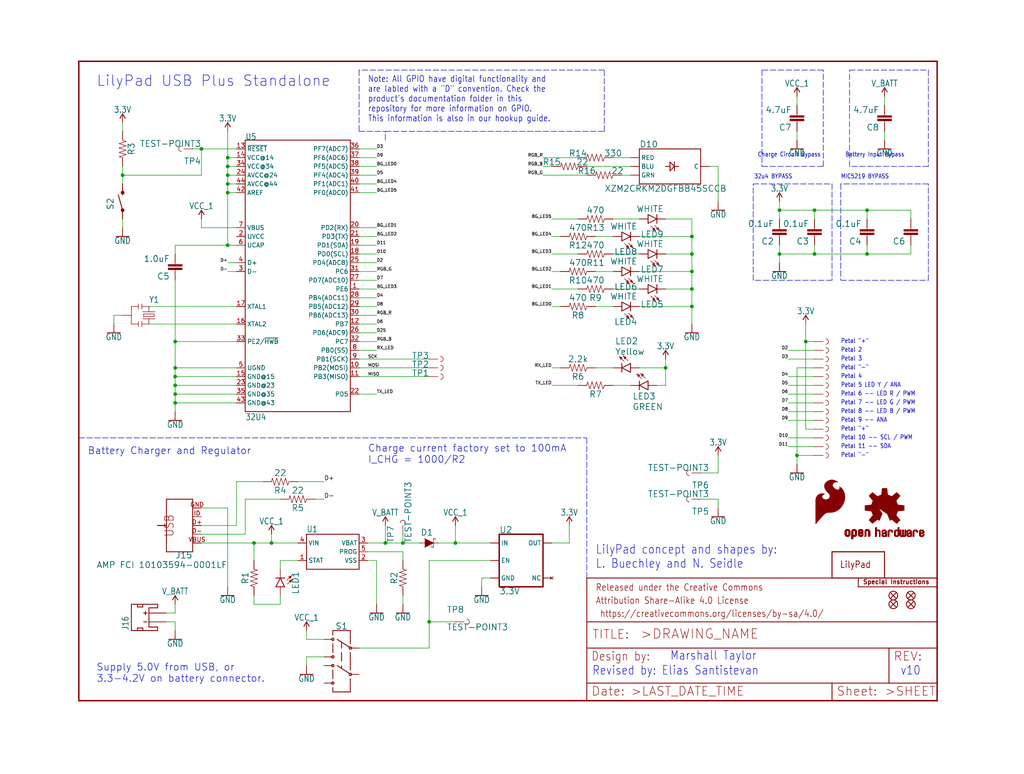
<source format=kicad_sch>
(kicad_sch (version 20211123) (generator eeschema)
  (paper "User" 297.002 224.46)
  (lib_symbols
    (symbol "eagleSchem-eagle-import:0.1UF-0402-16V-10%"
      (property "Reference" "C" (at 1.524 2.921 0))
      (property "Value" "0.1UF-0402-16V-10%" (at 1.524 -2.159 0))
      (symbol "0.1UF-0402-16V-10%_1_0"
        (pin passive line (at 0 5.08 270) (length 2.54) (name "1") (number "1"))
        (pin passive line (at 0 -2.54 90) (length 2.54) (name "2") (number "2"))
      )
    )
    (symbol "eagleSchem-eagle-import:1.0UF-0402-16V-10%"
      (property "Reference" "C" (at 1.524 2.921 0))
      (property "Value" "1.0UF-0402-16V-10%" (at 1.524 -2.159 0))
      (symbol "1.0UF-0402-16V-10%_1_0"
        (pin passive line (at 0 5.08 270) (length 2.54) (name "1") (number "1"))
        (pin passive line (at 0 -2.54 90) (length 2.54) (name "2") (number "2"))
      )
    )
    (symbol "eagleSchem-eagle-import:10KOHM-0603-1{slash}10W-1%"
      (property "Reference" "R" (at 0 1.524 0))
      (property "Value" "10KOHM-0603-1{slash}10W-1%" (at 0 -1.524 0))
      (symbol "10KOHM-0603-1{slash}10W-1%_1_0"
        (pin passive line (at -5.08 0 0) (length 2.54) (name "1") (number "1"))
        (pin passive line (at 5.08 0 180) (length 2.54) (name "2") (number "2"))
      )
    )
    (symbol "eagleSchem-eagle-import:2.2KOHM-0603-1{slash}10W-1%"
      (property "Reference" "R" (at 0 1.524 0))
      (property "Value" "2.2KOHM-0603-1{slash}10W-1%" (at 0 -1.524 0))
      (symbol "2.2KOHM-0603-1{slash}10W-1%_1_0"
        (pin passive line (at -5.08 0 0) (length 2.54) (name "1") (number "1"))
        (pin passive line (at 5.08 0 180) (length 2.54) (name "2") (number "2"))
      )
    )
    (symbol "eagleSchem-eagle-import:22OHM-0402-1{slash}10W-1%"
      (property "Reference" "R" (at 0 1.524 0))
      (property "Value" "22OHM-0402-1{slash}10W-1%" (at 0 -1.524 0))
      (symbol "22OHM-0402-1{slash}10W-1%_1_0"
        (pin passive line (at -5.08 0 0) (length 2.54) (name "1") (number "1"))
        (pin passive line (at 5.08 0 180) (length 2.54) (name "2") (number "2"))
      )
    )
    (symbol "eagleSchem-eagle-import:3.3V" (power)
      (property "Value" "3.3V" (at 0 2.794 0))
      (symbol "3.3V_1_0"
        (pin power_in line (at 0 0 90) (length 2.54) (name "3.3V") (number "1"))
      )
    )
    (symbol "eagleSchem-eagle-import:330OHM-0603-1{slash}10W-1%"
      (property "Reference" "R" (at 0 1.524 0))
      (property "Value" "330OHM-0603-1{slash}10W-1%" (at 0 -1.524 0))
      (symbol "330OHM-0603-1{slash}10W-1%_1_0"
        (pin passive line (at -5.08 0 0) (length 2.54) (name "1") (number "1"))
        (pin passive line (at 5.08 0 180) (length 2.54) (name "2") (number "2"))
      )
    )
    (symbol "eagleSchem-eagle-import:4.7UF0603"
      (property "Reference" "C" (at 1.524 2.921 0))
      (property "Value" "4.7UF0603" (at 1.524 -2.159 0))
      (symbol "4.7UF0603_1_0"
        (pin passive line (at 0 5.08 270) (length 2.54) (name "1") (number "1"))
        (pin passive line (at 0 -2.54 90) (length 2.54) (name "2") (number "2"))
      )
    )
    (symbol "eagleSchem-eagle-import:470OHM-0402-1{slash}16W-5%"
      (property "Reference" "R" (at 0 1.524 0))
      (property "Value" "470OHM-0402-1{slash}16W-5%" (at 0 -1.524 0))
      (symbol "470OHM-0402-1{slash}16W-5%_1_0"
        (pin passive line (at -5.08 0 0) (length 2.54) (name "1") (number "1"))
        (pin passive line (at 5.08 0 180) (length 2.54) (name "2") (number "2"))
      )
    )
    (symbol "eagleSchem-eagle-import:ATMEGA32U4_NOARDQFN3"
      (property "Reference" "U" (at -15.24 38.1 0))
      (property "Value" "ATMEGA32U4_NOARDQFN3" (at -15.24 -43.18 0))
      (symbol "ATMEGA32U4_NOARDQFN3_1_0"
        (pin bidirectional line (at 17.78 -5.08 180) (length 2.54) (name "PE6") (number "1"))
        (pin bidirectional line (at 17.78 -27.94 180) (length 2.54) (name "PB2(MOSI)") (number "10"))
        (pin bidirectional line (at 17.78 -30.48 180) (length 2.54) (name "PB3(MISO)") (number "11"))
        (pin bidirectional line (at 17.78 -15.24 180) (length 2.54) (name "PB7") (number "12"))
        (pin bidirectional line (at -17.78 35.56 0) (length 2.54) (name "~{RESET}") (number "13"))
        (pin bidirectional line (at -17.78 33.02 0) (length 2.54) (name "VCC@14") (number "14"))
        (pin bidirectional line (at -17.78 -30.48 0) (length 2.54) (name "GND@15") (number "15"))
        (pin bidirectional line (at -17.78 -15.24 0) (length 2.54) (name "XTAL2") (number "16"))
        (pin bidirectional line (at -17.78 -10.16 0) (length 2.54) (name "XTAL1") (number "17"))
        (pin bidirectional line (at 17.78 5.08 180) (length 2.54) (name "PD0(SCL)") (number "18"))
        (pin bidirectional line (at 17.78 7.62 180) (length 2.54) (name "PD1(SDA)") (number "19"))
        (pin bidirectional line (at -17.78 10.16 0) (length 2.54) (name "UVCC") (number "2"))
        (pin bidirectional line (at 17.78 12.7 180) (length 2.54) (name "PD2(RX)") (number "20"))
        (pin bidirectional line (at 17.78 10.16 180) (length 2.54) (name "PD3(TX)") (number "21"))
        (pin bidirectional line (at 17.78 -35.56 180) (length 2.54) (name "PD5") (number "22"))
        (pin bidirectional line (at -17.78 -33.02 0) (length 2.54) (name "GND@23") (number "23"))
        (pin bidirectional line (at -17.78 27.94 0) (length 2.54) (name "AVCC@24") (number "24"))
        (pin bidirectional line (at 17.78 2.54 180) (length 2.54) (name "PD4(ADC8)") (number "25"))
        (pin bidirectional line (at 17.78 -17.78 180) (length 2.54) (name "PD6(ADC9)") (number "26"))
        (pin bidirectional line (at 17.78 -2.54 180) (length 2.54) (name "PD7(ADC10)") (number "27"))
        (pin bidirectional line (at 17.78 -7.62 180) (length 2.54) (name "PB4(ADC11)") (number "28"))
        (pin bidirectional line (at 17.78 -10.16 180) (length 2.54) (name "PB5(ADC12)") (number "29"))
        (pin bidirectional line (at -17.78 0 0) (length 2.54) (name "D-") (number "3"))
        (pin bidirectional line (at 17.78 -12.7 180) (length 2.54) (name "PB6(ADC13)") (number "30"))
        (pin bidirectional line (at 17.78 0 180) (length 2.54) (name "PC6") (number "31"))
        (pin bidirectional line (at 17.78 -20.32 180) (length 2.54) (name "PC7") (number "32"))
        (pin bidirectional line (at -17.78 -20.32 0) (length 2.54) (name "PE2/~{HWB}") (number "33"))
        (pin bidirectional line (at -17.78 30.48 0) (length 2.54) (name "VCC@34") (number "34"))
        (pin bidirectional line (at -17.78 -35.56 0) (length 2.54) (name "GND@35") (number "35"))
        (pin bidirectional line (at 17.78 35.56 180) (length 2.54) (name "PF7(ADC7)") (number "36"))
        (pin bidirectional line (at 17.78 33.02 180) (length 2.54) (name "PF6(ADC6)") (number "37"))
        (pin bidirectional line (at 17.78 30.48 180) (length 2.54) (name "PF5(ADC5)") (number "38"))
        (pin bidirectional line (at 17.78 27.94 180) (length 2.54) (name "PF4(ADC4)") (number "39"))
        (pin bidirectional line (at -17.78 2.54 0) (length 2.54) (name "D+") (number "4"))
        (pin bidirectional line (at 17.78 25.4 180) (length 2.54) (name "PF1(ADC1)") (number "40"))
        (pin bidirectional line (at 17.78 22.86 180) (length 2.54) (name "PF0(ADC0)") (number "41"))
        (pin bidirectional line (at -17.78 22.86 0) (length 2.54) (name "AREF") (number "42"))
        (pin bidirectional line (at -17.78 -38.1 0) (length 2.54) (name "GND@43") (number "43"))
        (pin bidirectional line (at -17.78 25.4 0) (length 2.54) (name "AVCC@44") (number "44"))
        (pin bidirectional line (at -17.78 -27.94 0) (length 2.54) (name "UGND") (number "5"))
        (pin bidirectional line (at -17.78 7.62 0) (length 2.54) (name "UCAP") (number "6"))
        (pin bidirectional line (at -17.78 12.7 0) (length 2.54) (name "VBUS") (number "7"))
        (pin bidirectional line (at 17.78 -22.86 180) (length 2.54) (name "PB0(SS)") (number "8"))
        (pin bidirectional line (at 17.78 -25.4 180) (length 2.54) (name "PB1(SCK)") (number "9"))
      )
    )
    (symbol "eagleSchem-eagle-import:DIODE-SCHOTTKY-B340A"
      (property "Reference" "D" (at -2.54 2.032 0))
      (property "Value" "DIODE-SCHOTTKY-B340A" (at -2.54 -2.032 0))
      (symbol "DIODE-SCHOTTKY-B340A_1_0"
        (pin passive line (at -2.54 0 0) (length 0) (name "A") (number "A"))
        (pin passive line (at 2.54 0 180) (length 0) (name "C") (number "C"))
      )
    )
    (symbol "eagleSchem-eagle-import:FIDUCIALUFIDUCIAL")
    (symbol "eagleSchem-eagle-import:FRAME-LETTER"
      (symbol "FRAME-LETTER_2_0"
        (text " https://creativecommons.org/licenses/by-sa/4.0/" (at 2.54 24.13 0) (effects (font (size 1.9304 1.6408)) (justify left bottom)))
        (text ">DRAWING_NAME" (at 15.494 17.78 0) (effects (font (size 2.7432 2.7432)) (justify left bottom)))
        (text ">LAST_DATE_TIME" (at 12.7 1.27 0) (effects (font (size 2.54 2.54)) (justify left bottom)))
        (text ">SHEET" (at 86.36 1.27 0) (effects (font (size 2.54 2.54)) (justify left bottom)))
        (text "Attribution Share-Alike 4.0 License" (at 2.54 27.94 0) (effects (font (size 1.9304 1.6408)) (justify left bottom)))
        (text "Date:" (at 1.27 1.27 0) (effects (font (size 2.54 2.54)) (justify left bottom)))
        (text "Design by:" (at 1.27 11.43 0) (effects (font (size 2.54 2.159)) (justify left bottom)))
        (text "Released under the Creative Commons" (at 2.54 31.75 0) (effects (font (size 1.9304 1.6408)) (justify left bottom)))
        (text "REV:" (at 88.9 11.43 0) (effects (font (size 2.54 2.54)) (justify left bottom)))
        (text "Sheet:" (at 72.39 1.27 0) (effects (font (size 2.54 2.54)) (justify left bottom)))
        (text "TITLE:" (at 1.524 17.78 0) (effects (font (size 2.54 2.54)) (justify left bottom)))
      )
    )
    (symbol "eagleSchem-eagle-import:GND" (power)
      (property "Value" "GND" (at 0 -0.254 0))
      (symbol "GND_1_0"
        (pin power_in line (at 0 2.54 270) (length 2.54) (name "GND") (number "1"))
      )
    )
    (symbol "eagleSchem-eagle-import:JST_2MM_MALE"
      (property "Reference" "J" (at -2.54 5.842 0))
      (symbol "JST_2MM_MALE_1_0"
        (pin bidirectional line (at 0 -5.08 90) (length 5.08) (name "-") (number "1"))
        (pin bidirectional line (at 2.54 -5.08 90) (length 5.08) (name "+") (number "2"))
        (pin bidirectional line (at -2.54 2.54 90) (length 0) (name "PAD1") (number "NC1"))
        (pin bidirectional line (at 5.08 2.54 90) (length 0) (name "PAD2") (number "NC2"))
      )
    )
    (symbol "eagleSchem-eagle-import:LED-GREEN0603"
      (property "Reference" "D" (at -3.429 -4.572 90))
      (property "Value" "LED-GREEN0603" (at 1.905 -4.572 90))
      (symbol "LED-GREEN0603_1_0"
        (pin passive line (at 0 2.54 270) (length 2.54) (name "A") (number "A"))
        (pin passive line (at 0 -5.08 90) (length 2.54) (name "C") (number "C"))
      )
    )
    (symbol "eagleSchem-eagle-import:LED-RED0603"
      (property "Reference" "D" (at -3.429 -4.572 90))
      (property "Value" "LED-RED0603" (at 1.905 -4.572 90))
      (symbol "LED-RED0603_1_0"
        (pin passive line (at 0 2.54 270) (length 2.54) (name "A") (number "A"))
        (pin passive line (at 0 -5.08 90) (length 2.54) (name "C") (number "C"))
      )
    )
    (symbol "eagleSchem-eagle-import:LED-WHITE0603"
      (property "Reference" "D" (at -3.429 -4.572 90))
      (property "Value" "LED-WHITE0603" (at 1.905 -4.572 90))
      (symbol "LED-WHITE0603_1_0"
        (pin passive line (at 0 2.54 270) (length 2.54) (name "A") (number "A"))
        (pin passive line (at 0 -5.08 90) (length 2.54) (name "C") (number "C"))
      )
    )
    (symbol "eagleSchem-eagle-import:LED-YELLOW0603"
      (property "Reference" "D" (at -3.429 -4.572 90))
      (property "Value" "LED-YELLOW0603" (at 1.905 -4.572 90))
      (symbol "LED-YELLOW0603_1_0"
        (pin passive line (at 0 2.54 270) (length 2.54) (name "A") (number "A"))
        (pin passive line (at 0 -5.08 90) (length 2.54) (name "C") (number "C"))
      )
    )
    (symbol "eagleSchem-eagle-import:LILYLOGO_SHORT"
      (symbol "LILYLOGO_SHORT_1_0"
        (text "LilyPad" (at -0.254 0.254 0) (effects (font (size 1.9304 1.6408)) (justify left bottom)))
      )
    )
    (symbol "eagleSchem-eagle-import:MCP73831"
      (property "Reference" "U" (at -7.62 5.588 0))
      (property "Value" "MCP73831" (at -7.62 -7.62 0))
      (symbol "MCP73831_1_0"
        (pin output line (at -10.16 -2.54 0) (length 2.54) (name "STAT") (number "1"))
        (pin power_in line (at 10.16 -2.54 180) (length 2.54) (name "VSS") (number "2"))
        (pin power_in line (at 10.16 2.54 180) (length 2.54) (name "VBAT") (number "3"))
        (pin power_in line (at -10.16 2.54 0) (length 2.54) (name "VIN") (number "4"))
        (pin input line (at 10.16 0 180) (length 2.54) (name "PROG") (number "5"))
      )
    )
    (symbol "eagleSchem-eagle-import:MOMENTARY-SWITCH-SPST-SMD-5.2-REDUNDANT"
      (property "Reference" "S" (at 0 1.524 0))
      (property "Value" "MOMENTARY-SWITCH-SPST-SMD-5.2-REDUNDANT" (at 0 -0.508 0))
      (symbol "MOMENTARY-SWITCH-SPST-SMD-5.2-REDUNDANT_1_0"
        (pin passive line (at -5.08 0 0) (length 2.54) (name "1") (number "1"))
        (pin passive line (at -5.08 0 0) (length 2.54) (name "1") (number "2"))
        (pin passive line (at 5.08 0 180) (length 2.54) (name "2") (number "3"))
        (pin passive line (at 5.08 0 180) (length 2.54) (name "2") (number "4"))
      )
    )
    (symbol "eagleSchem-eagle-import:OSHW-LOGOS")
    (symbol "eagleSchem-eagle-import:RESONATORSMD"
      (property "Reference" "Y" (at 2.54 1.016 0))
      (property "Value" "RESONATORSMD" (at 2.54 -7.62 0))
      (symbol "RESONATORSMD_1_0"
        (pin passive line (at -2.54 0 0) (length 0) (name "1") (number "1"))
        (pin passive line (at 0 -7.62 90) (length 0) (name "2") (number "2"))
        (pin passive line (at 2.54 0 180) (length 0) (name "3") (number "3"))
      )
    )
    (symbol "eagleSchem-eagle-import:SEWTAP_LONG-2SIDE"
      (property "Reference" "J" (at -2.54 2.54 0))
      (property "Value" "SEWTAP_LONG-2SIDE" (at -2.54 -2.54 0))
      (symbol "SEWTAP_LONG-2SIDE_1_0"
        (pin bidirectional line (at -2.54 0 180) (length 0) (name "1") (number "1"))
      )
    )
    (symbol "eagleSchem-eagle-import:SFE_LOGO_FLAME.2_INCH")
    (symbol "eagleSchem-eagle-import:SPECIAL_INSTRUCTIONS-ORDERING"
      (symbol "SPECIAL_INSTRUCTIONS-ORDERING_1_0"
        (text "Special Instructions" (at 1.27 0.6985 0) (effects (font (size 1.27 1.27) (thickness 0.254) bold) (justify left bottom)))
      )
    )
    (symbol "eagleSchem-eagle-import:SUNLEDSMD1"
      (property "Reference" "D" (at -7.62 5.3975 0))
      (property "Value" "SUNLEDSMD1" (at -7.62 -5.3975 0))
      (symbol "SUNLEDSMD1_1_0"
        (pin bidirectional line (at -10.16 2.54 0) (length 2.54) (name "RED") (number "1"))
        (pin bidirectional line (at -10.16 -2.54 0) (length 2.54) (name "GRN") (number "2"))
        (pin bidirectional line (at -10.16 0 0) (length 2.54) (name "BLU") (number "3"))
        (pin bidirectional line (at 12.7 0 180) (length 2.54) (name "C") (number "4"))
      )
    )
    (symbol "eagleSchem-eagle-import:SWITCH-DPDT-SMD-AYZ0202"
      (property "Reference" "S" (at 0 7.874 0))
      (property "Value" "SWITCH-DPDT-SMD-AYZ0202" (at 0 -10.414 0))
      (symbol "SWITCH-DPDT-SMD-AYZ0202_1_0"
        (pin bidirectional line (at 5.08 5.08 180) (length 2.54) (name "1") (number "1"))
        (pin bidirectional line (at -5.08 2.54 0) (length 2.54) (name "2") (number "2"))
        (pin bidirectional line (at 5.08 0 180) (length 2.54) (name "3") (number "3"))
        (pin bidirectional line (at 5.08 -2.54 180) (length 2.54) (name "4") (number "4"))
        (pin bidirectional line (at -5.08 -5.08 0) (length 2.54) (name "5") (number "5"))
        (pin bidirectional line (at 5.08 -7.62 180) (length 2.54) (name "6") (number "6"))
      )
    )
    (symbol "eagleSchem-eagle-import:TEST-POINT3"
      (property "Reference" "TP" (at -2.54 2.54 0))
      (property "Value" "TEST-POINT3" (at -2.54 -2.54 0))
      (symbol "TEST-POINT3_1_0"
        (pin bidirectional line (at 0 0 180) (length 0) (name "1") (number "P$1"))
      )
    )
    (symbol "eagleSchem-eagle-import:USB_MICRO-B_HALF_PTH"
      (property "Reference" "J" (at -2.54 7.62 0))
      (property "Value" "USB_MICRO-B_HALF_PTH" (at -2.54 -7.874 0))
      (symbol "USB_MICRO-B_HALF_PTH_1_0"
        (text "USB" (at 2.794 -3.302 900) (effects (font (size 2.54 2.159)) (justify left bottom)))
        (pin bidirectional line (at -5.08 0 0) (length 2.54) (name "D+") (number "D+"))
        (pin bidirectional line (at -5.08 2.54 0) (length 2.54) (name "D-") (number "D-"))
        (pin power_in line (at -5.08 -5.08 0) (length 2.54) (name "GND") (number "GND"))
        (pin bidirectional line (at -5.08 -2.54 0) (length 2.54) (name "ID") (number "ID"))
        (pin bidirectional line (at 7.62 0 180) (length 2.54) (name "SHIELD") (number "P$1"))
        (pin bidirectional line (at 7.62 0 180) (length 2.54) (name "SHIELD") (number "P$10"))
        (pin bidirectional line (at 7.62 0 180) (length 2.54) (name "SHIELD") (number "P$12"))
        (pin bidirectional line (at 7.62 0 180) (length 2.54) (name "SHIELD") (number "P$2"))
        (pin bidirectional line (at 7.62 0 180) (length 2.54) (name "SHIELD") (number "P$3"))
        (pin bidirectional line (at 7.62 0 180) (length 2.54) (name "SHIELD") (number "P$4"))
        (pin bidirectional line (at 7.62 0 180) (length 2.54) (name "SHIELD") (number "P$6"))
        (pin bidirectional line (at 7.62 0 180) (length 2.54) (name "SHIELD") (number "P$8"))
        (pin bidirectional line (at 7.62 0 180) (length 2.54) (name "SHIELD") (number "SHEILD2"))
        (pin bidirectional line (at 7.62 0 180) (length 2.54) (name "SHIELD") (number "SHIELD"))
        (pin bidirectional line (at 7.62 0 180) (length 2.54) (name "SHIELD") (number "SHIELD3"))
        (pin bidirectional line (at 7.62 0 180) (length 2.54) (name "SHIELD") (number "SHIELD4"))
        (pin power_in line (at -5.08 5.08 0) (length 2.54) (name "VBUS") (number "VBUS"))
      )
    )
    (symbol "eagleSchem-eagle-import:VCC_1" (power)
      (property "Value" "VCC_1" (at 0 2.794 0))
      (symbol "VCC_1_1_0"
        (pin power_in line (at 0 0 90) (length 2.54) (name "VCC_1") (number "1"))
      )
    )
    (symbol "eagleSchem-eagle-import:V_BATT" (power)
      (property "Value" "V_BATT" (at 0 2.794 0))
      (symbol "V_BATT_1_0"
        (pin power_in line (at 0 0 90) (length 2.54) (name "V_BATT") (number "1"))
      )
    )
    (symbol "eagleSchem-eagle-import:V_REG_AP2112K-3.3V"
      (property "Reference" "U" (at -7.62 7.874 0))
      (property "Value" "V_REG_AP2112K-3.3V" (at -7.62 -7.874 0))
      (symbol "V_REG_AP2112K-3.3V_1_0"
        (pin input line (at -10.16 5.08 0) (length 2.54) (name "IN") (number "1"))
        (pin input line (at -10.16 -5.08 0) (length 2.54) (name "GND") (number "2"))
        (pin input line (at -10.16 0 0) (length 2.54) (name "EN") (number "3"))
        (pin no_connect line (at 7.62 -5.08 180) (length 2.54) (name "NC") (number "4"))
        (pin passive line (at 7.62 5.08 180) (length 2.54) (name "OUT") (number "5"))
      )
    )
  )
  (junction (at 50.8 106.68))
  (junction (at 66.04 50.8))
  (junction (at 231.14 132.08))
  (junction (at 50.8 114.3))
  (junction (at 73.66 157.48))
  (junction (at 111.76 157.48))
  (junction (at 233.68 99.06))
  (junction (at 66.04 55.88))
  (junction (at 50.8 111.76))
  (junction (at 58.42 43.18))
  (junction (at 193.04 106.68))
  (junction (at 200.66 68.58))
  (junction (at 124.46 180.34))
  (junction (at 236.22 73.66))
  (junction (at 200.66 73.66))
  (junction (at 200.66 83.82))
  (junction (at 251.46 73.66))
  (junction (at 66.04 45.72))
  (junction (at 50.8 116.84))
  (junction (at 200.66 78.74))
  (junction (at 50.8 99.06))
  (junction (at 226.06 60.96))
  (junction (at 236.22 60.96))
  (junction (at 251.46 60.96))
  (junction (at 132.08 157.48))
  (junction (at 200.66 88.9))
  (junction (at 66.04 71.12))
  (junction (at 50.8 109.22))
  (junction (at 66.04 48.26))
  (junction (at 226.06 73.66))
  (junction (at 116.84 157.48))
  (junction (at 35.56 50.8))
  (junction (at 78.74 157.48))
  (junction (at 66.04 53.34))
  (wire (pts (xy 124.46 187.96) (xy 124.46 180.34)))
  (wire (pts (xy 86.36 139.7) (xy 93.98 139.7)))
  (wire (pts (xy 200.66 78.74) (xy 200.66 83.82)))
  (wire (pts (xy 66.04 53.34) (xy 66.04 55.88)))
  (polyline (pts (xy 111.76 38.1) (xy 175.26 38.1)))
  (wire (pts (xy 200.66 88.9) (xy 185.42 88.9)))
  (wire (pts (xy 68.58 48.26) (xy 66.04 48.26)))
  (wire (pts (xy 50.8 114.3) (xy 50.8 116.84)))
  (polyline (pts (xy 269.24 81.28) (xy 269.24 53.34)))
  (polyline (pts (xy 269.24 48.26) (xy 246.38 48.26)))
  (wire (pts (xy 58.42 63.5) (xy 58.42 66.04)))
  (wire (pts (xy 177.8 83.82) (xy 185.42 83.82)))
  (wire (pts (xy 33.02 91.44) (xy 33.02 93.98)))
  (wire (pts (xy 185.42 78.74) (xy 200.66 78.74)))
  (wire (pts (xy 193.04 63.5) (xy 200.66 63.5)))
  (polyline (pts (xy 104.14 20.32) (xy 104.14 38.1)))
  (wire (pts (xy 73.66 157.48) (xy 73.66 162.56)))
  (wire (pts (xy 58.42 147.32) (xy 66.04 147.32)))
  (wire (pts (xy 170.18 48.26) (xy 182.88 48.26)))
  (wire (pts (xy 104.14 109.22) (xy 124.46 109.22)))
  (wire (pts (xy 109.22 162.56) (xy 109.22 175.26)))
  (wire (pts (xy 127 157.48) (xy 132.08 157.48)))
  (wire (pts (xy 50.8 180.34) (xy 50.8 182.88)))
  (wire (pts (xy 68.58 99.06) (xy 50.8 99.06)))
  (wire (pts (xy 193.04 83.82) (xy 200.66 83.82)))
  (wire (pts (xy 104.14 66.04) (xy 109.22 66.04)))
  (wire (pts (xy 185.42 106.68) (xy 193.04 106.68)))
  (wire (pts (xy 228.6 121.92) (xy 236.22 121.92)))
  (wire (pts (xy 177.8 106.68) (xy 172.72 106.68)))
  (wire (pts (xy 66.04 38.1) (xy 66.04 45.72)))
  (wire (pts (xy 180.34 50.8) (xy 182.88 50.8)))
  (wire (pts (xy 256.54 27.94) (xy 256.54 30.48)))
  (wire (pts (xy 68.58 45.72) (xy 66.04 45.72)))
  (wire (pts (xy 48.26 180.34) (xy 50.8 180.34)))
  (wire (pts (xy 35.56 35.56) (xy 35.56 38.1)))
  (wire (pts (xy 231.14 27.94) (xy 231.14 30.48)))
  (polyline (pts (xy 220.98 48.26) (xy 238.76 48.26)))
  (wire (pts (xy 104.14 50.8) (xy 109.22 50.8)))
  (wire (pts (xy 104.14 99.06) (xy 109.22 99.06)))
  (wire (pts (xy 68.58 50.8) (xy 66.04 50.8)))
  (wire (pts (xy 50.8 71.12) (xy 50.8 73.66)))
  (wire (pts (xy 200.66 83.82) (xy 200.66 88.9)))
  (wire (pts (xy 104.14 68.58) (xy 109.22 68.58)))
  (wire (pts (xy 228.6 101.6) (xy 236.22 101.6)))
  (wire (pts (xy 228.6 129.54) (xy 236.22 129.54)))
  (wire (pts (xy 228.6 116.84) (xy 236.22 116.84)))
  (polyline (pts (xy 241.3 81.28) (xy 218.44 81.28)))
  (wire (pts (xy 68.58 43.18) (xy 58.42 43.18)))
  (polyline (pts (xy 175.26 20.32) (xy 104.14 20.32)))
  (wire (pts (xy 104.14 104.14) (xy 124.46 104.14)))
  (wire (pts (xy 68.58 139.7) (xy 68.58 152.4)))
  (wire (pts (xy 104.14 53.34) (xy 109.22 53.34)))
  (wire (pts (xy 162.56 68.58) (xy 160.02 68.58)))
  (wire (pts (xy 50.8 81.28) (xy 50.8 99.06)))
  (wire (pts (xy 58.42 66.04) (xy 68.58 66.04)))
  (wire (pts (xy 50.8 109.22) (xy 50.8 111.76)))
  (wire (pts (xy 50.8 177.8) (xy 50.8 175.26)))
  (polyline (pts (xy 246.38 48.26) (xy 246.38 20.32)))
  (wire (pts (xy 251.46 60.96) (xy 264.16 60.96)))
  (wire (pts (xy 182.88 111.76) (xy 177.8 111.76)))
  (wire (pts (xy 124.46 180.34) (xy 124.46 162.56)))
  (wire (pts (xy 165.1 157.48) (xy 165.1 152.4)))
  (wire (pts (xy 68.58 78.74) (xy 66.04 78.74)))
  (wire (pts (xy 177.8 63.5) (xy 185.42 63.5)))
  (wire (pts (xy 68.58 93.98) (xy 43.18 93.98)))
  (wire (pts (xy 233.68 99.06) (xy 233.68 124.46)))
  (wire (pts (xy 58.42 43.18) (xy 55.88 43.18)))
  (wire (pts (xy 66.04 55.88) (xy 66.04 71.12)))
  (wire (pts (xy 236.22 73.66) (xy 236.22 71.12)))
  (wire (pts (xy 132.08 157.48) (xy 142.24 157.48)))
  (wire (pts (xy 132.08 180.34) (xy 124.46 180.34)))
  (wire (pts (xy 58.42 50.8) (xy 35.56 50.8)))
  (polyline (pts (xy 218.44 81.28) (xy 218.44 53.34)))
  (wire (pts (xy 116.84 157.48) (xy 111.76 157.48)))
  (wire (pts (xy 35.56 63.5) (xy 35.56 66.04)))
  (wire (pts (xy 233.68 99.06) (xy 233.68 93.98)))
  (wire (pts (xy 104.14 91.44) (xy 109.22 91.44)))
  (wire (pts (xy 104.14 76.2) (xy 109.22 76.2)))
  (wire (pts (xy 231.14 106.68) (xy 231.14 132.08)))
  (wire (pts (xy 66.04 147.32) (xy 66.04 170.18)))
  (wire (pts (xy 160.02 48.26) (xy 157.48 48.26)))
  (wire (pts (xy 228.6 104.14) (xy 236.22 104.14)))
  (wire (pts (xy 50.8 116.84) (xy 50.8 119.38)))
  (wire (pts (xy 104.14 88.9) (xy 109.22 88.9)))
  (wire (pts (xy 139.7 167.64) (xy 139.7 170.18)))
  (polyline (pts (xy 170.18 167.64) (xy 170.18 127)))
  (wire (pts (xy 68.58 114.3) (xy 50.8 114.3)))
  (wire (pts (xy 167.64 63.5) (xy 160.02 63.5)))
  (wire (pts (xy 68.58 76.2) (xy 66.04 76.2)))
  (wire (pts (xy 116.84 157.48) (xy 116.84 154.94)))
  (polyline (pts (xy 175.26 38.1) (xy 175.26 20.32)))
  (wire (pts (xy 104.14 55.88) (xy 109.22 55.88)))
  (wire (pts (xy 228.6 119.38) (xy 236.22 119.38)))
  (wire (pts (xy 68.58 116.84) (xy 50.8 116.84)))
  (wire (pts (xy 228.6 114.3) (xy 236.22 114.3)))
  (wire (pts (xy 264.16 73.66) (xy 251.46 73.66)))
  (wire (pts (xy 106.68 162.56) (xy 109.22 162.56)))
  (wire (pts (xy 256.54 38.1) (xy 256.54 40.64)))
  (polyline (pts (xy 269.24 20.32) (xy 269.24 48.26)))
  (polyline (pts (xy 243.84 81.28) (xy 269.24 81.28)))
  (wire (pts (xy 162.56 88.9) (xy 160.02 88.9)))
  (polyline (pts (xy 238.76 48.26) (xy 238.76 20.32)))
  (wire (pts (xy 81.28 165.1) (xy 81.28 162.56)))
  (wire (pts (xy 58.42 157.48) (xy 73.66 157.48)))
  (wire (pts (xy 68.58 152.4) (xy 58.42 152.4)))
  (wire (pts (xy 73.66 157.48) (xy 78.74 157.48)))
  (wire (pts (xy 172.72 78.74) (xy 177.8 78.74)))
  (wire (pts (xy 50.8 111.76) (xy 50.8 114.3)))
  (wire (pts (xy 236.22 60.96) (xy 236.22 63.5)))
  (wire (pts (xy 76.2 139.7) (xy 68.58 139.7)))
  (wire (pts (xy 35.56 50.8) (xy 35.56 53.34)))
  (wire (pts (xy 78.74 157.48) (xy 86.36 157.48)))
  (wire (pts (xy 160.02 157.48) (xy 165.1 157.48)))
  (wire (pts (xy 200.66 93.98) (xy 200.66 88.9)))
  (wire (pts (xy 81.28 162.56) (xy 86.36 162.56)))
  (wire (pts (xy 236.22 99.06) (xy 233.68 99.06)))
  (wire (pts (xy 226.06 73.66) (xy 226.06 76.2)))
  (wire (pts (xy 104.14 81.28) (xy 109.22 81.28)))
  (wire (pts (xy 104.14 71.12) (xy 109.22 71.12)))
  (wire (pts (xy 78.74 154.94) (xy 78.74 157.48)))
  (wire (pts (xy 208.28 137.16) (xy 208.28 132.08)))
  (wire (pts (xy 81.28 175.26) (xy 81.28 172.72)))
  (wire (pts (xy 167.64 83.82) (xy 160.02 83.82)))
  (wire (pts (xy 231.14 38.1) (xy 231.14 40.64)))
  (wire (pts (xy 116.84 172.72) (xy 116.84 175.26)))
  (wire (pts (xy 226.06 71.12) (xy 226.06 73.66)))
  (wire (pts (xy 193.04 104.14) (xy 193.04 106.68)))
  (polyline (pts (xy 218.44 53.34) (xy 241.3 53.34)))
  (wire (pts (xy 236.22 106.68) (xy 231.14 106.68)))
  (wire (pts (xy 66.04 48.26) (xy 66.04 50.8)))
  (wire (pts (xy 104.14 86.36) (xy 109.22 86.36)))
  (wire (pts (xy 233.68 124.46) (xy 236.22 124.46)))
  (wire (pts (xy 124.46 162.56) (xy 142.24 162.56)))
  (polyline (pts (xy 104.14 38.1) (xy 111.76 38.1)))
  (wire (pts (xy 200.66 63.5) (xy 200.66 68.58)))
  (wire (pts (xy 208.28 144.78) (xy 208.28 147.32)))
  (wire (pts (xy 104.14 96.52) (xy 109.22 96.52)))
  (wire (pts (xy 81.28 144.78) (xy 71.12 144.78)))
  (wire (pts (xy 132.08 152.4) (xy 132.08 157.48)))
  (wire (pts (xy 162.56 78.74) (xy 160.02 78.74)))
  (wire (pts (xy 208.28 48.26) (xy 208.28 58.42)))
  (wire (pts (xy 104.14 114.3) (xy 109.22 114.3)))
  (wire (pts (xy 104.14 73.66) (xy 109.22 73.66)))
  (wire (pts (xy 50.8 99.06) (xy 50.8 106.68)))
  (wire (pts (xy 177.8 45.72) (xy 182.88 45.72)))
  (wire (pts (xy 226.06 60.96) (xy 236.22 60.96)))
  (wire (pts (xy 205.74 48.26) (xy 208.28 48.26)))
  (wire (pts (xy 71.12 144.78) (xy 71.12 154.94)))
  (polyline (pts (xy 243.84 53.34) (xy 243.84 81.28)))
  (polyline (pts (xy 220.98 20.32) (xy 220.98 48.26)))
  (polyline (pts (xy 238.76 20.32) (xy 220.98 20.32)))
  (wire (pts (xy 104.14 83.82) (xy 109.22 83.82)))
  (wire (pts (xy 226.06 73.66) (xy 236.22 73.66)))
  (wire (pts (xy 177.8 88.9) (xy 172.72 88.9)))
  (wire (pts (xy 251.46 73.66) (xy 251.46 71.12)))
  (wire (pts (xy 162.56 106.68) (xy 160.02 106.68)))
  (wire (pts (xy 142.24 167.64) (xy 139.7 167.64)))
  (wire (pts (xy 104.14 45.72) (xy 109.22 45.72)))
  (wire (pts (xy 73.66 172.72) (xy 73.66 175.26)))
  (wire (pts (xy 193.04 73.66) (xy 200.66 73.66)))
  (wire (pts (xy 251.46 73.66) (xy 236.22 73.66)))
  (wire (pts (xy 106.68 157.48) (xy 111.76 157.48)))
  (wire (pts (xy 116.84 160.02) (xy 106.68 160.02)))
  (wire (pts (xy 66.04 55.88) (xy 68.58 55.88)))
  (wire (pts (xy 200.66 73.66) (xy 200.66 78.74)))
  (wire (pts (xy 68.58 111.76) (xy 50.8 111.76)))
  (wire (pts (xy 111.76 152.4) (xy 111.76 157.48)))
  (wire (pts (xy 66.04 50.8) (xy 66.04 53.34)))
  (wire (pts (xy 68.58 53.34) (xy 66.04 53.34)))
  (wire (pts (xy 73.66 175.26) (xy 81.28 175.26)))
  (wire (pts (xy 88.9 190.5) (xy 93.98 190.5)))
  (wire (pts (xy 43.18 88.9) (xy 68.58 88.9)))
  (wire (pts (xy 231.14 132.08) (xy 231.14 134.62)))
  (wire (pts (xy 88.9 182.88) (xy 88.9 185.42)))
  (wire (pts (xy 177.8 73.66) (xy 185.42 73.66)))
  (wire (pts (xy 167.64 73.66) (xy 160.02 73.66)))
  (wire (pts (xy 226.06 60.96) (xy 226.06 63.5)))
  (wire (pts (xy 104.14 43.18) (xy 109.22 43.18)))
  (wire (pts (xy 104.14 93.98) (xy 109.22 93.98)))
  (polyline (pts (xy 269.24 53.34) (xy 243.84 53.34)))
  (wire (pts (xy 190.5 111.76) (xy 193.04 111.76)))
  (wire (pts (xy 104.14 101.6) (xy 109.22 101.6)))
  (polyline (pts (xy 246.38 20.32) (xy 269.24 20.32)))
  (wire (pts (xy 88.9 193.04) (xy 88.9 190.5)))
  (wire (pts (xy 68.58 106.68) (xy 50.8 106.68)))
  (wire (pts (xy 66.04 45.72) (xy 66.04 48.26)))
  (wire (pts (xy 66.04 71.12) (xy 50.8 71.12)))
  (wire (pts (xy 104.14 106.68) (xy 124.46 106.68)))
  (wire (pts (xy 167.64 111.76) (xy 160.02 111.76)))
  (wire (pts (xy 104.14 48.26) (xy 109.22 48.26)))
  (wire (pts (xy 172.72 68.58) (xy 177.8 68.58)))
  (wire (pts (xy 226.06 58.42) (xy 226.06 60.96)))
  (wire (pts (xy 58.42 50.8) (xy 58.42 43.18)))
  (wire (pts (xy 48.26 177.8) (xy 50.8 177.8)))
  (wire (pts (xy 236.22 60.96) (xy 251.46 60.96)))
  (wire (pts (xy 116.84 162.56) (xy 116.84 160.02)))
  (wire (pts (xy 264.16 60.96) (xy 264.16 63.5)))
  (wire (pts (xy 50.8 106.68) (xy 50.8 109.22)))
  (wire (pts (xy 170.18 50.8) (xy 157.48 50.8)))
  (wire (pts (xy 104.14 187.96) (xy 124.46 187.96)))
  (wire (pts (xy 71.12 154.94) (xy 58.42 154.94)))
  (wire (pts (xy 68.58 109.22) (xy 50.8 109.22)))
  (wire (pts (xy 200.66 68.58) (xy 200.66 73.66)))
  (wire (pts (xy 35.56 48.26) (xy 35.56 50.8)))
  (wire (pts (xy 193.04 111.76) (xy 193.04 106.68)))
  (wire (pts (xy 251.46 60.96) (xy 251.46 63.5)))
  (wire (pts (xy 228.6 127) (xy 236.22 127)))
  (wire (pts (xy 121.92 157.48) (xy 116.84 157.48)))
  (wire (pts (xy 228.6 109.22) (xy 236.22 109.22)))
  (wire (pts (xy 91.44 144.78) (xy 93.98 144.78)))
  (wire (pts (xy 66.04 71.12) (xy 68.58 71.12)))
  (wire (pts (xy 203.2 144.78) (xy 208.28 144.78)))
  (wire (pts (xy 88.9 185.42) (xy 93.98 185.42)))
  (wire (pts (xy 104.14 78.74) (xy 109.22 78.74)))
  (wire (pts (xy 167.64 45.72) (xy 157.48 45.72)))
  (polyline (pts (xy 241.3 53.34) (xy 241.3 81.28)))
  (wire (pts (xy 228.6 111.76) (xy 236.22 111.76)))
  (wire (pts (xy 35.56 91.44) (xy 33.02 91.44)))
  (wire (pts (xy 236.22 132.08) (xy 231.14 132.08)))
  (polyline (pts (xy 111.76 40.64) (xy 111.76 38.1)))
  (polyline (pts (xy 22.86 127) (xy 170.18 127)))
  (wire (pts (xy 264.16 71.12) (xy 264.16 73.66)))
  (wire (pts (xy 185.42 68.58) (xy 200.66 68.58)))
  (wire (pts (xy 203.2 137.16) (xy 208.28 137.16)))
  (text "Note: All GPIO have digital functionality and\nare labled with a \"D\" convention. Check the\nproduct's documentation folder in this\nrepository for more information on GPIO.\nThis information is also in our hookup guide." (at 106.68 35.56 0) (effects (font (size 1.778 1.5113)) (justify left bottom)))
  (text "Petal 9 -- ANA" (at 243.84 121.92 180) (effects (font (size 1.27 1.0795)) (justify left)))
  (text "MIC5219 BYPASS" (at 243.84 52.07 180) (effects (font (size 1.27 1.0795)) (justify left bottom)))
  (text "Charge current factory set to 100mA\nI_CHG = 1000/R2" (at 106.68 134.62 0) (effects (font (size 2.032 2.032)) (justify left bottom)))
  (text "Battery Input Bypass" (at 245.11 45.72 180) (effects (font (size 1.27 1.0795)) (justify left bottom)))
  (text "Petal \"+\"" (at 243.84 99.06 180) (effects (font (size 1.27 1.0795)) (justify left)))
  (text "Petal 11 -- SDA" (at 243.84 129.54 180) (effects (font (size 1.27 1.0795)) (justify left)))
  (text "LilyPad concept and shapes by:\nL. Buechley and N. Seidle" (at 172.72 165.1 0) (effects (font (size 2.54 2.159)) (justify left bottom)))
  (text "Petal 6 -- LED R / PWM" (at 243.84 114.3 180) (effects (font (size 1.27 1.0795)) (justify left)))
  (text "v10" (at 261.112 196.088 180) (effects (font (size 2.54 2.159)) (justify left bottom)))
  (text "Petal 5 LED Y / ANA" (at 243.84 111.76 180) (effects (font (size 1.27 1.0795)) (justify left)))
  (text "Supply 5.0V from USB, or\n3.3-4.2V on battery connector." (at 27.94 198.12 0) (effects (font (size 2.032 2.032)) (justify left bottom)))
  (text "Petal 7 -- LED G / PWM" (at 243.84 116.84 180) (effects (font (size 1.27 1.0795)) (justify left)))
  (text "Battery Charger and Regulator" (at 25.4 132.08 180) (effects (font (size 2.032 2.032)) (justify left bottom)))
  (text "Petal \"+\"" (at 243.84 124.46 180) (effects (font (size 1.27 1.0795)) (justify left)))
  (text "Petal 10 -- SCL / PWM" (at 243.84 127 180) (effects (font (size 1.27 1.0795)) (justify left)))
  (text "Revised by: Elias Santistevan" (at 171.704 196.088 180) (effects (font (size 2.54 2.159)) (justify left bottom)))
  (text "LilyPad USB Plus Standalone" (at 27.94 25.4 180) (effects (font (size 3.048 3.048)) (justify left bottom)))
  (text "Petal 8 -- LED B / PWM" (at 243.84 119.38 180) (effects (font (size 1.27 1.0795)) (justify left)))
  (text "Petal \"-\"" (at 243.84 106.68 180) (effects (font (size 1.27 1.0795)) (justify left)))
  (text "Petal 3" (at 243.84 104.14 180) (effects (font (size 1.27 1.0795)) (justify left)))
  (text "Marshall Taylor" (at 194.31 191.77 180) (effects (font (size 2.54 2.159)) (justify left bottom)))
  (text "Petal 2" (at 243.84 101.6 180) (effects (font (size 1.27 1.0795)) (justify left)))
  (text "Petal \"-\"" (at 243.84 132.08 180) (effects (font (size 1.27 1.0795)) (justify left)))
  (text "Charge Circuit Bypass" (at 219.71 45.72 180) (effects (font (size 1.27 1.0795)) (justify left bottom)))
  (text "Petal 4" (at 243.84 109.22 180) (effects (font (size 1.27 1.0795)) (justify left)))
  (text "32u4 BYPASS" (at 218.694 52.07 180) (effects (font (size 1.27 1.0795)) (justify left bottom)))
  (label "D6" (at 228.6 114.3 180) (effects (font (size 0.889 0.889))))
  (label "RGB_R" (at 109.22 91.44 0) (effects (font (size 0.889 0.889))))
  (label "D8" (at 228.6 119.38 180) (effects (font (size 0.889 0.889))))
  (label "BG_LED3" (at 109.22 83.82 0) (effects (font (size 0.889 0.889))))
  (label "D11" (at 109.22 71.12 0) (effects (font (size 0.889 0.889))))
  (label "BG_LED2" (at 160.02 78.74 180) (effects (font (size 0.889 0.889))))
  (label "D6" (at 109.22 93.98 0) (effects (font (size 0.889 0.889))))
  (label "D25" (at 109.22 96.52 0) (effects (font (size 0.889 0.889))))
  (label "D-" (at 66.04 78.74 180) (effects (font (size 0.889 0.889))))
  (label "BG_LED1" (at 160.02 83.82 180) (effects (font (size 0.889 0.889))))
  (label "BG_LED2" (at 109.22 68.58 0) (effects (font (size 0.889 0.889))))
  (label "BG_LED1" (at 109.22 66.04 0) (effects (font (size 0.889 0.889))))
  (label "BG_LED4" (at 109.22 53.34 0) (effects (font (size 0.889 0.889))))
  (label "D3" (at 228.6 104.14 180) (effects (font (size 0.889 0.889))))
  (label "D8" (at 109.22 88.9 0) (effects (font (size 0.889 0.889))))
  (label "D2" (at 109.22 76.2 0) (effects (font (size 0.889 0.889))))
  (label "D9" (at 109.22 45.72 0) (effects (font (size 0.889 0.889))))
  (label "RGB_B" (at 109.22 99.06 0) (effects (font (size 0.889 0.889))))
  (label "BG_LED0" (at 160.02 88.9 180) (effects (font (size 0.889 0.889))))
  (label "BG_LED3" (at 160.02 73.66 180) (effects (font (size 0.889 0.889))))
  (label "BG_LED4" (at 160.02 68.58 180) (effects (font (size 0.889 0.889))))
  (label "RGB_R" (at 157.48 45.72 180) (effects (font (size 0.889 0.889))))
  (label "D+" (at 66.04 76.2 180) (effects (font (size 0.889 0.889))))
  (label "D5" (at 228.6 111.76 180) (effects (font (size 0.889 0.889))))
  (label "RGB_G" (at 109.22 78.74 0) (effects (font (size 0.889 0.889))))
  (label "MISO" (at 106.68 109.22 0) (effects (font (size 0.889 0.889))))
  (label "D7" (at 228.6 116.84 180) (effects (font (size 0.889 0.889))))
  (label "D5" (at 109.22 50.8 0) (effects (font (size 0.889 0.889))))
  (label "D-" (at 93.98 144.78 0) (effects (font (size 1.2446 1.2446))))
  (label "D4" (at 228.6 109.22 180) (effects (font (size 0.889 0.889))))
  (label "D11" (at 228.6 129.54 180) (effects (font (size 0.889 0.889))))
  (label "SCK" (at 106.68 104.14 0) (effects (font (size 0.889 0.889))))
  (label "RX_LED" (at 109.22 101.6 0) (effects (font (size 0.889 0.889))))
  (label "RX_LED" (at 160.02 106.68 180) (effects (font (size 0.889 0.889))))
  (label "RGB_G" (at 157.48 50.8 180) (effects (font (size 0.889 0.889))))
  (label "D4" (at 109.22 86.36 0) (effects (font (size 0.889 0.889))))
  (label "D7" (at 109.22 81.28 0) (effects (font (size 0.889 0.889))))
  (label "D2" (at 228.6 101.6 180) (effects (font (size 0.889 0.889))))
  (label "D10" (at 228.6 127 180) (effects (font (size 0.889 0.889))))
  (label "BG_LED0" (at 109.22 48.26 0) (effects (font (size 0.889 0.889))))
  (label "BG_LED5" (at 160.02 63.5 180) (effects (font (size 0.889 0.889))))
  (label "TX_LED" (at 109.22 114.3 0) (effects (font (size 0.889 0.889))))
  (label "TX_LED" (at 160.02 111.76 180) (effects (font (size 0.889 0.889))))
  (label "RGB_B" (at 157.48 48.26 180) (effects (font (size 0.889 0.889))))
  (label "D10" (at 109.22 73.66 0) (effects (font (size 0.889 0.889))))
  (label "BG_LED5" (at 109.22 55.88 0) (effects (font (size 0.889 0.889))))
  (label "D+" (at 93.98 139.7 0) (effects (font (size 1.2446 1.2446))))
  (label "MOSI" (at 106.68 106.68 0) (effects (font (size 0.889 0.889))))
  (label "D3" (at 109.22 43.18 0) (effects (font (size 0.889 0.889))))
  (label "D9" (at 228.6 121.92 180) (effects (font (size 0.889 0.889))))
  (symbol (lib_id "eagleSchem-eagle-import:SUNLEDSMD1") (at 193.04 48.26 0) (unit 1)
    (property "Reference" "D10" (at 185.42 42.8625 0) (effects (font (size 1.778 1.778)) (justify left bottom)))
    (property "Value" "XZM2CRKM2DGFBB45SCCB" (at 175.26 53.6575 0) (effects (font (size 1.778 1.778)) (justify left top)))
    (property "Footprint" "eagleSchem:PLCC4SMDLED" (effects hide))
  )
  (symbol (lib_id "eagleSchem-eagle-import:3.3V") (at 208.28 132.08 0) (unit 1)
    (property "Reference" "#P+9" (effects hide))
    (property "Value" "3.3V" (at 208.28 129.286 0) (effects (font (size 1.778 1.5113)) (justify bottom)))
    (property "Footprint" "eagleSchem:" (effects hide))
  )
  (symbol (lib_id "eagleSchem-eagle-import:LED-WHITE0603") (at 187.96 83.82 90) (unit 1)
    (property "Reference" "LED5" (at 192.532 87.249 90) (effects (font (size 1.778 1.778)) (justify left bottom)))
    (property "Value" "WHITE" (at 192.532 81.915 90) (effects (font (size 1.778 1.778)) (justify left top)))
    (property "Footprint" "eagleSchem:LED-0603" (effects hide))
  )
  (symbol (lib_id "eagleSchem-eagle-import:470OHM-0402-1{slash}16W-5%") (at 167.64 88.9 180) (unit 1)
    (property "Reference" "R8" (at 167.64 90.424 0) (effects (font (size 1.778 1.778)) (justify bottom)))
    (property "Value" "470" (at 167.64 87.376 0) (effects (font (size 1.778 1.778)) (justify top)))
    (property "Footprint" "eagleSchem:0402" (effects hide))
  )
  (symbol (lib_id "eagleSchem-eagle-import:GND") (at 116.84 177.8 0) (unit 1)
    (property "Reference" "#GND15" (effects hide))
    (property "Value" "GND" (at 116.84 178.054 0) (effects (font (size 1.778 1.5113)) (justify top)))
    (property "Footprint" "eagleSchem:" (effects hide))
  )
  (symbol (lib_id "eagleSchem-eagle-import:3.3V") (at 233.68 93.98 0) (unit 1)
    (property "Reference" "#P+5" (effects hide))
    (property "Value" "3.3V" (at 233.68 91.186 0) (effects (font (size 1.778 1.5113)) (justify bottom)))
    (property "Footprint" "eagleSchem:" (effects hide))
  )
  (symbol (lib_id "eagleSchem-eagle-import:4.7UF0603") (at 264.16 66.04 180) (unit 1)
    (property "Reference" "C6" (at 262.636 68.961 0) (effects (font (size 1.778 1.778)) (justify left bottom)))
    (property "Value" "4.7uF" (at 262.636 63.881 0) (effects (font (size 1.778 1.778)) (justify left bottom)))
    (property "Footprint" "eagleSchem:0603" (effects hide))
    (property "Value" "4.7uF" (effects hide))
  )
  (symbol (lib_id "eagleSchem-eagle-import:SEWTAP_LONG-2SIDE") (at 238.76 114.3 0) (unit 1)
    (property "Reference" "J7" (effects hide))
    (property "Value" "SEWTAP_LONG-2SIDE" (effects hide))
    (property "Footprint" "eagleSchem:PETAL-LONG-1-2SIDE" (effects hide))
  )
  (symbol (lib_id "eagleSchem-eagle-import:330OHM-0603-1{slash}10W-1%") (at 73.66 167.64 90) (unit 1)
    (property "Reference" "R1" (at 72.136 167.64 0) (effects (font (size 1.778 1.778)) (justify bottom)))
    (property "Value" "330" (at 75.184 167.64 0) (effects (font (size 1.778 1.778)) (justify top)))
    (property "Footprint" "eagleSchem:0603" (effects hide))
    (property "Value" "330" (effects hide))
  )
  (symbol (lib_id "eagleSchem-eagle-import:MOMENTARY-SWITCH-SPST-SMD-5.2-REDUNDANT") (at 35.56 58.42 90) (unit 1)
    (property "Reference" "S2" (at 33.02 60.96 0) (effects (font (size 1.778 1.778)) (justify left bottom)))
    (property "Value" "!RESET" (at 38.608 61.214 0) (effects (font (size 1.778 1.778)) (justify left bottom)))
    (property "Footprint" "eagleSchem:TACTILE_SWITCH_SMD_5.2MM" (effects hide))
    (property "Value" "!RESET" (effects hide))
  )
  (symbol (lib_id "eagleSchem-eagle-import:FIDUCIALUFIDUCIAL") (at 259.08 172.72 0) (unit 1)
    (property "Reference" "JP2" (effects hide))
    (property "Value" "FIDUCIALUFIDUCIAL" (effects hide))
    (property "Footprint" "eagleSchem:MICRO-FIDUCIAL" (effects hide))
  )
  (symbol (lib_id "eagleSchem-eagle-import:SEWTAP_LONG-2SIDE") (at 238.76 119.38 0) (unit 1)
    (property "Reference" "J9" (effects hide))
    (property "Value" "SEWTAP_LONG-2SIDE" (effects hide))
    (property "Footprint" "eagleSchem:PETAL-LONG-1-2SIDE" (effects hide))
  )
  (symbol (lib_id "eagleSchem-eagle-import:GND") (at 208.28 60.96 0) (unit 1)
    (property "Reference" "#GND26" (effects hide))
    (property "Value" "GND" (at 208.28 61.214 0) (effects (font (size 1.778 1.5113)) (justify top)))
    (property "Footprint" "eagleSchem:" (effects hide))
  )
  (symbol (lib_id "eagleSchem-eagle-import:V_BATT") (at 256.54 27.94 0) (unit 1)
    (property "Reference" "#U$2" (effects hide))
    (property "Value" "V_BATT" (at 256.54 25.146 0) (effects (font (size 1.778 1.5113)) (justify bottom)))
    (property "Footprint" "eagleSchem:" (effects hide))
  )
  (symbol (lib_id "eagleSchem-eagle-import:SEWTAP_LONG-2SIDE") (at 238.76 106.68 0) (unit 1)
    (property "Reference" "J4" (effects hide))
    (property "Value" "SEWTAP_LONG-2SIDE" (effects hide))
    (property "Footprint" "eagleSchem:PETAL-LONG-1-2SIDE" (effects hide))
  )
  (symbol (lib_id "eagleSchem-eagle-import:LILYLOGO_SHORT") (at 243.84 165.1 0) (unit 1)
    (property "Reference" "U$1" (effects hide))
    (property "Value" "LILYLOGO_SHORT" (effects hide))
    (property "Footprint" "eagleSchem:LILYPAD-WEARABLES_LOGO-LILYPAD" (effects hide))
  )
  (symbol (lib_id "eagleSchem-eagle-import:SEWTAP_LONG-2SIDE") (at 238.76 109.22 0) (unit 1)
    (property "Reference" "J5" (effects hide))
    (property "Value" "SEWTAP_LONG-2SIDE" (effects hide))
    (property "Footprint" "eagleSchem:PETAL-LONG-1-2SIDE" (effects hide))
  )
  (symbol (lib_id "eagleSchem-eagle-import:SEWTAP_LONG-2SIDE") (at 238.76 121.92 0) (unit 1)
    (property "Reference" "J10" (effects hide))
    (property "Value" "SEWTAP_LONG-2SIDE" (effects hide))
    (property "Footprint" "eagleSchem:PETAL-LONG-1-2SIDE" (effects hide))
  )
  (symbol (lib_id "eagleSchem-eagle-import:SWITCH-DPDT-SMD-AYZ0202") (at 99.06 190.5 0) (mirror y) (unit 1)
    (property "Reference" "S1" (at 99.06 182.626 0) (effects (font (size 1.778 1.778)) (justify bottom)))
    (property "Value" "SWITCH-DPDT-SMD-AYZ0202" (at 99.06 200.914 0) (effects (font (size 1.778 1.778)) (justify top)))
    (property "Footprint" "eagleSchem:SWITCH_DPDT_SMD_AYZ0202" (effects hide))
    (property "Value" "SWITCH-DPDT-SMD-AYZ0202" (effects hide))
  )
  (symbol (lib_id "eagleSchem-eagle-import:SPECIAL_INSTRUCTIONS-ORDERING") (at 248.92 170.18 0) (unit 1)
    (property "Reference" "U$44" (effects hide))
    (property "Value" "SPECIAL_INSTRUCTIONS-ORDERING" (effects hide))
    (property "Footprint" "eagleSchem:ORDERING_INSTRUCTIONS" (effects hide))
  )
  (symbol (lib_id "eagleSchem-eagle-import:LED-WHITE0603") (at 180.34 78.74 90) (unit 1)
    (property "Reference" "LED6" (at 184.912 82.169 90) (effects (font (size 1.778 1.778)) (justify left bottom)))
    (property "Value" "WHITE" (at 184.912 76.835 90) (effects (font (size 1.778 1.778)) (justify left top)))
    (property "Footprint" "eagleSchem:LED-0603" (effects hide))
  )
  (symbol (lib_id "eagleSchem-eagle-import:470OHM-0402-1{slash}16W-5%") (at 172.72 83.82 180) (unit 1)
    (property "Reference" "R9" (at 172.72 85.344 0) (effects (font (size 1.778 1.778)) (justify bottom)))
    (property "Value" "470" (at 172.72 82.296 0) (effects (font (size 1.778 1.778)) (justify top)))
    (property "Footprint" "eagleSchem:0402" (effects hide))
  )
  (symbol (lib_id "eagleSchem-eagle-import:LED-WHITE0603") (at 180.34 88.9 90) (unit 1)
    (property "Reference" "LED4" (at 184.912 92.329 90) (effects (font (size 1.778 1.778)) (justify left bottom)))
    (property "Value" "WHITE" (at 184.912 86.995 90) (effects (font (size 1.778 1.778)) (justify left top)))
    (property "Footprint" "eagleSchem:LED-0603" (effects hide))
  )
  (symbol (lib_id "eagleSchem-eagle-import:LED-RED0603") (at 81.28 170.18 180) (unit 1)
    (property "Reference" "LED1" (at 84.709 165.608 90) (effects (font (size 1.778 1.778)) (justify left bottom)))
    (property "Value" "RED" (at 79.375 165.608 90) (effects (font (size 1.778 1.778)) (justify left top)))
    (property "Footprint" "eagleSchem:LED-0603" (effects hide))
    (property "Value" "RED" (effects hide))
  )
  (symbol (lib_id "eagleSchem-eagle-import:470OHM-0402-1{slash}16W-5%") (at 167.64 68.58 180) (unit 1)
    (property "Reference" "R12" (at 167.64 70.104 0) (effects (font (size 1.778 1.778)) (justify bottom)))
    (property "Value" "470" (at 167.64 67.056 0) (effects (font (size 1.778 1.778)) (justify top)))
    (property "Footprint" "eagleSchem:0402" (effects hide))
  )
  (symbol (lib_id "eagleSchem-eagle-import:SEWTAP_LONG-2SIDE") (at 238.76 104.14 0) (unit 1)
    (property "Reference" "J3" (effects hide))
    (property "Value" "SEWTAP_LONG-2SIDE" (effects hide))
    (property "Footprint" "eagleSchem:PETAL-LONG-1-2SIDE" (effects hide))
  )
  (symbol (lib_id "eagleSchem-eagle-import:VCC_1") (at 78.74 154.94 0) (unit 1)
    (property "Reference" "#SUPPLY3" (effects hide))
    (property "Value" "VCC_1" (at 78.74 152.146 0) (effects (font (size 1.778 1.5113)) (justify bottom)))
    (property "Footprint" "eagleSchem:" (effects hide))
  )
  (symbol (lib_id "eagleSchem-eagle-import:FIDUCIALUFIDUCIAL") (at 264.16 172.72 0) (unit 1)
    (property "Reference" "JP3" (effects hide))
    (property "Value" "FIDUCIALUFIDUCIAL" (effects hide))
    (property "Footprint" "eagleSchem:MICRO-FIDUCIAL" (effects hide))
  )
  (symbol (lib_id "eagleSchem-eagle-import:470OHM-0402-1{slash}16W-5%") (at 172.72 63.5 180) (unit 1)
    (property "Reference" "R13" (at 172.72 65.024 0) (effects (font (size 1.778 1.778)) (justify bottom)))
    (property "Value" "470" (at 172.72 61.976 0) (effects (font (size 1.778 1.778)) (justify top)))
    (property "Footprint" "eagleSchem:0402" (effects hide))
  )
  (symbol (lib_id "eagleSchem-eagle-import:0.1UF-0402-16V-10%") (at 236.22 66.04 180) (unit 1)
    (property "Reference" "C3" (at 234.696 68.961 0) (effects (font (size 1.778 1.778)) (justify left bottom)))
    (property "Value" "0.1uF" (at 234.696 63.881 0) (effects (font (size 1.778 1.778)) (justify left bottom)))
    (property "Footprint" "eagleSchem:0402" (effects hide))
  )
  (symbol (lib_id "eagleSchem-eagle-import:OSHW-LOGOS") (at 256.54 147.32 0) (unit 1)
    (property "Reference" "LOGO6" (effects hide))
    (property "Value" "OSHW-LOGOS" (effects hide))
    (property "Footprint" "eagleSchem:OSHW-LOGO-S" (effects hide))
  )
  (symbol (lib_id "eagleSchem-eagle-import:TEST-POINT3") (at 203.2 144.78 180) (unit 1)
    (property "Reference" "TP5" (at 205.74 147.32 0) (effects (font (size 1.778 1.778)) (justify left bottom)))
    (property "Value" "TEST-POINT3" (at 205.74 142.24 0) (effects (font (size 1.778 1.778)) (justify left bottom)))
    (property "Footprint" "eagleSchem:PAD.03X.03" (effects hide))
  )
  (symbol (lib_id "eagleSchem-eagle-import:SEWTAP_LONG-2SIDE") (at 238.76 99.06 0) (unit 1)
    (property "Reference" "J1" (effects hide))
    (property "Value" "SEWTAP_LONG-2SIDE" (effects hide))
    (property "Footprint" "eagleSchem:PETAL-LONG-1-2SIDE" (effects hide))
  )
  (symbol (lib_id "eagleSchem-eagle-import:0.1UF-0402-16V-10%") (at 226.06 66.04 180) (unit 1)
    (property "Reference" "C2" (at 224.536 68.961 0) (effects (font (size 1.778 1.778)) (justify left bottom)))
    (property "Value" "0.1uF" (at 224.536 63.881 0) (effects (font (size 1.778 1.778)) (justify left bottom)))
    (property "Footprint" "eagleSchem:0402" (effects hide))
  )
  (symbol (lib_id "eagleSchem-eagle-import:470OHM-0402-1{slash}16W-5%") (at 167.64 78.74 180) (unit 1)
    (property "Reference" "R10" (at 167.64 80.264 0) (effects (font (size 1.778 1.778)) (justify bottom)))
    (property "Value" "470" (at 167.64 77.216 0) (effects (font (size 1.778 1.778)) (justify top)))
    (property "Footprint" "eagleSchem:0402" (effects hide))
  )
  (symbol (lib_id "eagleSchem-eagle-import:JST_2MM_MALE") (at 43.18 180.34 90) (unit 1)
    (property "Reference" "J16" (at 37.338 182.88 0) (effects (font (size 1.778 1.5113)) (justify left bottom)))
    (property "Value" "JST_2MM_MALE" (effects hide))
    (property "Footprint" "eagleSchem:JST-2-SMD" (effects hide))
  )
  (symbol (lib_id "eagleSchem-eagle-import:V_REG_AP2112K-3.3V") (at 152.4 162.56 0) (unit 1)
    (property "Reference" "U2" (at 144.78 154.686 0) (effects (font (size 1.778 1.778)) (justify left bottom)))
    (property "Value" "3.3V" (at 144.78 170.434 0) (effects (font (size 1.778 1.778)) (justify left top)))
    (property "Footprint" "eagleSchem:SOT23-5" (effects hide))
  )
  (symbol (lib_id "eagleSchem-eagle-import:SEWTAP_LONG-2SIDE") (at 238.76 129.54 0) (unit 1)
    (property "Reference" "J13" (effects hide))
    (property "Value" "SEWTAP_LONG-2SIDE" (effects hide))
    (property "Footprint" "eagleSchem:PETAL-LONG-1-2SIDE" (effects hide))
  )
  (symbol (lib_id "eagleSchem-eagle-import:V_BATT") (at 50.8 175.26 0) (unit 1)
    (property "Reference" "#U$4" (effects hide))
    (property "Value" "V_BATT" (at 50.8 172.466 0) (effects (font (size 1.778 1.5113)) (justify bottom)))
    (property "Footprint" "eagleSchem:" (effects hide))
  )
  (symbol (lib_id "eagleSchem-eagle-import:GND") (at 256.54 43.18 0) (unit 1)
    (property "Reference" "#GND8" (effects hide))
    (property "Value" "GND" (at 256.54 43.434 0) (effects (font (size 1.778 1.5113)) (justify top)))
    (property "Footprint" "eagleSchem:" (effects hide))
  )
  (symbol (lib_id "eagleSchem-eagle-import:FIDUCIALUFIDUCIAL") (at 264.16 175.26 0) (unit 1)
    (property "Reference" "JP4" (effects hide))
    (property "Value" "FIDUCIALUFIDUCIAL" (effects hide))
    (property "Footprint" "eagleSchem:MICRO-FIDUCIAL" (effects hide))
  )
  (symbol (lib_id "eagleSchem-eagle-import:GND") (at 35.56 68.58 0) (unit 1)
    (property "Reference" "#GND5" (effects hide))
    (property "Value" "GND" (at 35.56 68.834 0) (effects (font (size 1.778 1.5113)) (justify top)))
    (property "Footprint" "eagleSchem:" (effects hide))
  )
  (symbol (lib_id "eagleSchem-eagle-import:330OHM-0603-1{slash}10W-1%") (at 172.72 111.76 180) (unit 1)
    (property "Reference" "R7" (at 172.72 113.284 0) (effects (font (size 1.778 1.778)) (justify bottom)))
    (property "Value" "330" (at 172.72 110.236 0) (effects (font (size 1.778 1.778)) (justify top)))
    (property "Footprint" "eagleSchem:0603" (effects hide))
    (property "Value" "330" (effects hide))
  )
  (symbol (lib_id "eagleSchem-eagle-import:TEST-POINT3") (at 124.46 109.22 0) (unit 1)
    (property "Reference" "TP1" (at 119.38 109.22 0) (effects (font (size 1.778 1.778)) (justify left bottom)))
    (property "Value" "TEST-POINT3" (effects hide))
    (property "Footprint" "eagleSchem:PAD.03X.03" (effects hide))
  )
  (symbol (lib_id "eagleSchem-eagle-import:GND") (at 33.02 96.52 0) (unit 1)
    (property "Reference" "#GND10" (effects hide))
    (property "Value" "GND" (at 33.02 96.774 0) (effects (font (size 1.778 1.5113)) (justify top)))
    (property "Footprint" "eagleSchem:" (effects hide))
  )
  (symbol (lib_id "eagleSchem-eagle-import:FRAME-LETTER") (at 170.18 203.2 0) (unit 2)
    (property "Reference" "FRAME1" (effects hide))
    (property "Value" "FRAME-LETTER" (effects hide))
    (property "Footprint" "eagleSchem:CREATIVE_COMMONS" (effects hide))
  )
  (symbol (lib_id "eagleSchem-eagle-import:3.3V") (at 35.56 35.56 0) (unit 1)
    (property "Reference" "#P+2" (effects hide))
    (property "Value" "3.3V" (at 35.56 32.766 0) (effects (font (size 1.778 1.5113)) (justify bottom)))
    (property "Footprint" "eagleSchem:" (effects hide))
  )
  (symbol (lib_id "eagleSchem-eagle-import:TEST-POINT3") (at 124.46 106.68 0) (unit 1)
    (property "Reference" "TP2" (at 119.38 106.68 0) (effects (font (size 1.778 1.778)) (justify left bottom)))
    (property "Value" "TEST-POINT3" (effects hide))
    (property "Footprint" "eagleSchem:PAD.03X.03" (effects hide))
  )
  (symbol (lib_id "eagleSchem-eagle-import:GND") (at 231.14 43.18 0) (unit 1)
    (property "Reference" "#GND9" (effects hide))
    (property "Value" "GND" (at 231.14 43.434 0) (effects (font (size 1.778 1.5113)) (justify top)))
    (property "Footprint" "eagleSchem:" (effects hide))
  )
  (symbol (lib_id "eagleSchem-eagle-import:USB_MICRO-B_HALF_PTH") (at 53.34 152.4 180) (unit 1)
    (property "Reference" "J15" (at 55.88 160.02 0) (effects (font (size 1.778 1.778)) (justify left bottom)))
    (property "Value" "AMP FCI 10103594-0001LF" (at 27.94 162.814 0) (effects (font (size 1.778 1.778)) (justify right bottom)))
    (property "Footprint" "eagleSchem:USB-MICROB-PTH" (effects hide))
  )
  (symbol (lib_id "eagleSchem-eagle-import:SEWTAP_LONG-2SIDE") (at 238.76 101.6 0) (unit 1)
    (property "Reference" "J2" (effects hide))
    (property "Value" "SEWTAP_LONG-2SIDE" (effects hide))
    (property "Footprint" "eagleSchem:PETAL-LONG-1-2SIDE" (effects hide))
  )
  (symbol (lib_id "eagleSchem-eagle-import:SEWTAP_LONG-2SIDE") (at 238.76 127 0) (unit 1)
    (property "Reference" "J12" (effects hide))
    (property "Value" "SEWTAP_LONG-2SIDE" (effects hide))
    (property "Footprint" "eagleSchem:PETAL-LONG-1-2SIDE" (effects hide))
  )
  (symbol (lib_id "eagleSchem-eagle-import:SEWTAP_LONG-2SIDE") (at 238.76 132.08 0) (unit 1)
    (property "Reference" "J14" (effects hide))
    (property "Value" "SEWTAP_LONG-2SIDE" (effects hide))
    (property "Footprint" "eagleSchem:PETAL-LONG-1-2SIDE" (effects hide))
  )
  (symbol (lib_id "eagleSchem-eagle-import:VCC_1") (at 231.14 27.94 0) (unit 1)
    (property "Reference" "#SUPPLY2" (effects hide))
    (property "Value" "VCC_1" (at 231.14 25.146 0) (effects (font (size 1.778 1.5113)) (justify bottom)))
    (property "Footprint" "eagleSchem:" (effects hide))
  )
  (symbol (lib_id "eagleSchem-eagle-import:GND") (at 226.06 78.74 0) (unit 1)
    (property "Reference" "#GND6" (effects hide))
    (property "Value" "GND" (at 226.06 78.994 0) (effects (font (size 1.778 1.5113)) (justify top)))
    (property "Footprint" "eagleSchem:" (effects hide))
  )
  (symbol (lib_id "eagleSchem-eagle-import:22OHM-0402-1{slash}10W-1%") (at 81.28 139.7 180) (unit 1)
    (property "Reference" "R4" (at 81.28 141.224 0) (effects (font (size 1.778 1.778)) (justify bottom)))
    (property "Value" "22" (at 81.28 138.176 0) (effects (font (size 1.778 1.778)) (justify top)))
    (property "Footprint" "eagleSchem:0402" (effects hide))
  )
  (symbol (lib_id "eagleSchem-eagle-import:DIODE-SCHOTTKY-B340A") (at 124.46 157.48 0) (unit 1)
    (property "Reference" "D1" (at 121.92 155.448 0) (effects (font (size 1.778 1.778)) (justify left bottom)))
    (property "Value" "3A/40V/500mV" (at 121.92 159.512 0) (effects (font (size 1.778 1.778)) (justify left top)))
    (property "Footprint" "eagleSchem:SMA-DIODE" (effects hide))
    (property "Value" "3A/40V/500mV" (effects hide))
  )
  (symbol (lib_id "eagleSchem-eagle-import:GND") (at 200.66 96.52 0) (unit 1)
    (property "Reference" "#GND12" (effects hide))
    (property "Value" "GND" (at 200.66 96.774 0) (effects (font (size 1.778 1.5113)) (justify top)))
    (property "Footprint" "eagleSchem:" (effects hide))
  )
  (symbol (lib_id "eagleSchem-eagle-import:LILYLOGO_SHORT") (at 243.84 165.1 0) (unit 1)
    (property "Reference" "U$13" (effects hide))
    (property "Value" "LILYLOGO_SHORT" (effects hide))
    (property "Footprint" "eagleSchem:LILYPAD-WEARABLES_LOGO-LILYPAD" (effects hide))
  )
  (symbol (lib_id "eagleSchem-eagle-import:RESONATORSMD") (at 43.18 91.44 270) (unit 1)
    (property "Reference" "Y1" (at 43.18 87.884 90) (effects (font (size 1.778 1.5113)) (justify left bottom)))
    (property "Value" "8MHz" (at 43.18 96.52 90) (effects (font (size 1.778 1.5113)) (justify left bottom)))
    (property "Footprint" "eagleSchem:RESONATOR-SMD" (effects hide))
    (property "Value" "8MHz" (effects hide))
  )
  (symbol (lib_id "eagleSchem-eagle-import:4.7UF0603") (at 256.54 33.02 180) (unit 1)
    (property "Reference" "C8" (at 255.016 35.941 0) (effects (font (size 1.778 1.778)) (justify left bottom)))
    (property "Value" "4.7uF" (at 255.016 30.861 0) (effects (font (size 1.778 1.778)) (justify left bottom)))
    (property "Footprint" "eagleSchem:0603" (effects hide))
  )
  (symbol (lib_id "eagleSchem-eagle-import:VCC_1") (at 88.9 182.88 0) (unit 1)
    (property "Reference" "#SUPPLY5" (effects hide))
    (property "Value" "VCC_1" (at 88.9 180.086 0) (effects (font (size 1.778 1.5113)) (justify bottom)))
    (property "Footprint" "eagleSchem:" (effects hide))
  )
  (symbol (lib_id "eagleSchem-eagle-import:22OHM-0402-1{slash}10W-1%") (at 175.26 50.8 180) (unit 1)
    (property "Reference" "R16" (at 170.18 50.546 0) (effects (font (size 1.778 1.778)) (justify top)))
    (property "Value" "22" (at 179.07 50.546 0) (effects (font (size 1.778 1.778)) (justify top)))
    (property "Footprint" "eagleSchem:0402" (effects hide))
  )
  (symbol (lib_id "eagleSchem-eagle-import:SFE_LOGO_FLAME.2_INCH") (at 236.22 152.4 0) (unit 1)
    (property "Reference" "LOGO1" (effects hide))
    (property "Value" "SFE_LOGO_FLAME.2_INCH" (effects hide))
    (property "Footprint" "eagleSchem:SFE_LOGO_FLAME_.2" (effects hide))
  )
  (symbol (lib_id "eagleSchem-eagle-import:LED-WHITE0603") (at 180.34 68.58 90) (unit 1)
    (property "Reference" "LED8" (at 184.912 72.009 90) (effects (font (size 1.778 1.778)) (justify left bottom)))
    (property "Value" "WHITE" (at 184.912 66.675 90) (effects (font (size 1.778 1.778)) (justify left top)))
    (property "Footprint" "eagleSchem:LED-0603" (effects hide))
  )
  (symbol (lib_id "eagleSchem-eagle-import:4.7UF0603") (at 231.14 33.02 180) (unit 1)
    (property "Reference" "C7" (at 229.616 35.941 0) (effects (font (size 1.778 1.778)) (justify left bottom)))
    (property "Value" "4.7uF" (at 229.616 30.861 0) (effects (font (size 1.778 1.778)) (justify left bottom)))
    (property "Footprint" "eagleSchem:0603" (effects hide))
  )
  (symbol (lib_id "eagleSchem-eagle-import:GND") (at 139.7 172.72 0) (unit 1)
    (property "Reference" "#GND4" (effects hide))
    (property "Value" "GND" (at 139.7 172.974 0) (effects (font (size 1.778 1.5113)) (justify top)))
    (property "Footprint" "eagleSchem:" (effects hide))
  )
  (symbol (lib_id "eagleSchem-eagle-import:3.3V") (at 226.06 58.42 0) (unit 1)
    (property "Reference" "#P+4" (effects hide))
    (property "Value" "3.3V" (at 226.06 55.626 0) (effects (font (size 1.778 1.5113)) (justify bottom)))
    (property "Footprint" "eagleSchem:" (effects hide))
  )
  (symbol (lib_id "eagleSchem-eagle-import:TEST-POINT3") (at 203.2 137.16 180) (unit 1)
    (property "Reference" "TP6" (at 205.74 139.7 0) (effects (font (size 1.778 1.778)) (justify left bottom)))
    (property "Value" "TEST-POINT3" (at 205.74 134.62 0) (effects (font (size 1.778 1.778)) (justify left bottom)))
    (property "Footprint" "eagleSchem:PAD.03X.03" (effects hide))
  )
  (symbol (lib_id "eagleSchem-eagle-import:GND") (at 231.14 137.16 0) (unit 1)
    (property "Reference" "#GND13" (effects hide))
    (property "Value" "GND" (at 231.14 137.414 0) (effects (font (size 1.778 1.5113)) (justify top)))
    (property "Footprint" "eagleSchem:" (effects hide))
  )
  (symbol (lib_id "eagleSchem-eagle-import:1.0UF-0402-16V-10%") (at 50.8 76.2 180) (unit 1)
    (property "Reference" "C5" (at 49.276 79.121 0) (effects (font (size 1.778 1.778)) (justify left bottom)))
    (property "Value" "1.0uF" (at 49.276 74.041 0) (effects (font (size 1.778 1.778)) (justify left bottom)))
    (property "Footprint" "eagleSchem:0402" (effects hide))
  )
  (symbol (lib_id "eagleSchem-eagle-import:GND") (at 88.9 195.58 0) (unit 1)
    (property "Reference" "#GND1" (effects hide))
    (property "Value" "GND" (at 88.9 195.834 0) (effects (font (size 1.778 1.5113)) (justify top)))
    (property "Footprint" "eagleSchem:" (effects hide))
  )
  (symbol (lib_id "eagleSchem-eagle-import:22OHM-0402-1{slash}10W-1%") (at 165.1 48.26 180) (unit 1)
    (property "Reference" "R15" (at 160.02 48.006 0) (effects (font (size 1.778 1.778)) (justify top)))
    (property "Value" "22" (at 168.91 48.006 0) (effects (font (size 1.778 1.778)) (justify top)))
    (property "Footprint" "eagleSchem:0402" (effects hide))
  )
  (symbol (lib_id "eagleSchem-eagle-import:TEST-POINT3") (at 124.46 104.14 0) (unit 1)
    (property "Reference" "TP3" (at 119.38 104.14 0) (effects (font (size 1.778 1.778)) (justify left bottom)))
    (property "Value" "TEST-POINT3" (effects hide))
    (property "Footprint" "eagleSchem:PAD.03X.03" (effects hide))
  )
  (symbol (lib_id "eagleSchem-eagle-import:GND") (at 208.28 149.86 0) (unit 1)
    (property "Reference" "#GND28" (effects hide))
    (property "Value" "GND" (at 208.28 150.114 0) (effects (font (size 1.778 1.5113)) (justify top)))
    (property "Footprint" "eagleSchem:" (effects hide))
  )
  (symbol (lib_id "eagleSchem-eagle-import:GND") (at 50.8 185.42 0) (unit 1)
    (property "Reference" "#GND11" (effects hide))
    (property "Value" "GND" (at 50.8 185.674 0) (effects (font (size 1.778 1.5113)) (justify top)))
    (property "Footprint" "eagleSchem:" (effects hide))
  )
  (symbol (lib_id "eagleSchem-eagle-import:LED-GREEN0603") (at 187.96 111.76 270) (unit 1)
    (property "Reference" "LED3" (at 183.388 115.951 90) (effects (font (size 1.778 1.778)) (justify left bottom)))
    (property "Value" "GREEN" (at 183.388 116.967 90) (effects (font (size 1.778 1.778)) (justify left top)))
    (property "Footprint" "eagleSchem:LED-0603" (effects hide))
  )
  (symbol (lib_id "eagleSchem-eagle-import:VCC_1") (at 132.08 152.4 0) (unit 1)
    (property "Reference" "#SUPPLY1" (effects hide))
    (property "Value" "VCC_1" (at 132.08 149.606 0) (effects (font (size 1.778 1.5113)) (justify bottom)))
    (property "Footprint" "eagleSchem:" (effects hide))
  )
  (symbol (lib_id "eagleSchem-eagle-import:ATMEGA32U4_NOARDQFN3") (at 86.36 78.74 0) (unit 1)
    (property "Reference" "U5" (at 71.12 40.64 0) (effects (font (size 1.778 1.5113)) (justify left bottom)))
    (property "Value" "32U4" (at 71.12 121.92 0) (effects (font (size 1.778 1.5113)) (justify left bottom)))
    (property "Footprint" "eagleSchem:QFN-44-PAD_1_1-LESS_PASTE" (effects hide))
  )
  (symbol (lib_id "eagleSchem-eagle-import:FIDUCIALUFIDUCIAL") (at 259.08 175.26 0) (unit 1)
    (property "Reference" "JP1" (effects hide))
    (property "Value" "FIDUCIALUFIDUCIAL" (effects hide))
    (property "Footprint" "eagleSchem:MICRO-FIDUCIAL" (effects hide))
  )
  (symbol (lib_id "eagleSchem-eagle-import:330OHM-0603-1{slash}10W-1%") (at 172.72 45.72 180) (unit 1)
    (property "Reference" "R14" (at 167.64 45.466 0) (effects (font (size 1.778 1.778)) (justify top)))
    (property "Value" "330" (at 177.8 45.466 0) (effects (font (size 1.778 1.778)) (justify top)))
    (property "Footprint" "eagleSchem:0603" (effects hide))
  )
  (symbol (lib_id "eagleSchem-eagle-import:10KOHM-0603-1{slash}10W-1%") (at 116.84 167.64 90) (unit 1)
    (property "Reference" "R2" (at 115.316 167.64 0) (effects (font (size 1.778 1.778)) (justify bottom)))
    (property "Value" "10k" (at 118.364 167.64 0) (effects (font (size 1.778 1.778)) (justify top)))
    (property "Footprint" "eagleSchem:0603" (effects hide))
    (property "Value" "10k" (effects hide))
  )
  (symbol (lib_id "eagleSchem-eagle-import:SEWTAP_LONG-2SIDE") (at 238.76 116.84 0) (unit 1)
    (property "Reference" "J8" (effects hide))
    (property "Value" "SEWTAP_LONG-2SIDE" (effects hide))
    (property "Footprint" "eagleSchem:PETAL-LONG-1-2SIDE" (effects hide))
  )
  (symbol (lib_id "eagleSchem-eagle-import:TEST-POINT3") (at 55.88 43.18 180) (unit 1)
    (property "Reference" "TP4" (at 58.42 45.72 0) (effects (font (size 1.778 1.778)) (justify left bottom)))
    (property "Value" "TEST-POINT3" (at 58.42 40.64 0) (effects (font (size 1.778 1.778)) (justify left bottom)))
    (property "Footprint" "eagleSchem:PAD.03X.03" (effects hide))
  )
  (symbol (lib_id "eagleSchem-eagle-import:SEWTAP_LONG-2SIDE") (at 238.76 111.76 0) (unit 1)
    (property "Reference" "J6" (effects hide))
    (property "Value" "SEWTAP_LONG-2SIDE" (effects hide))
    (property "Footprint" "eagleSchem:PETAL-LONG-1-2SIDE" (effects hide))
  )
  (symbol (lib_id "eagleSchem-eagle-import:2.2KOHM-0603-1{slash}10W-1%") (at 167.64 106.68 180) (unit 1)
    (property "Reference" "R6" (at 167.64 108.204 0) (effects (font (size 1.778 1.778)) (justify bottom)))
    (property "Value" "2.2k" (at 167.64 105.156 0) (effects (font (size 1.778 1.778)) (justify top)))
    (property "Footprint" "eagleSchem:0603" (effects hide))
  )
  (symbol (lib_id "eagleSchem-eagle-import:22OHM-0402-1{slash}10W-1%") (at 86.36 144.78 180) (unit 1)
    (property "Reference" "R5" (at 86.36 146.304 0) (effects (font (size 1.778 1.778)) (justify bottom)))
    (property "Value" "22" (at 86.36 143.256 0) (effects (font (size 1.778 1.778)) (justify top)))
    (property "Footprint" "eagleSchem:0402" (effects hide))
  )
  (symbol (lib_id "eagleSchem-eagle-import:GND") (at 109.22 177.8 0) (unit 1)
    (property "Reference" "#GND2" (effects hide))
    (property "Value" "GND" (at 109.22 178.054 0) (effects (font (size 1.778 1.5113)) (justify top)))
    (property "Footprint" "eagleSchem:" (effects hide))
  )
  (symbol (lib_id "eagleSchem-eagle-import:3.3V") (at 193.04 104.14 0) (unit 1)
    (property "Reference" "#P+3" (effects hide))
    (property "Value" "3.3V" (at 193.04 101.346 0) (effects (font (size 1.778 1.5113)) (justify bottom)))
    (property "Footprint" "eagleSchem:" (effects hide))
  )
  (symbol (lib_id "eagleSchem-eagle-import:TEST-POINT3") (at 116.84 154.94 90) (unit 1)
    (property "Reference" "TP7" (at 114.3 157.48 0) (effects (font (size 1.778 1.778)) (justify left bottom)))
    (property "Value" "TEST-POINT3" (at 119.38 157.48 0) (effects (font (size 1.778 1.778)) (justify left bottom)))
    (property "Footprint" "eagleSchem:PAD.03X.03" (effects hide))
  )
  (symbol (lib_id "eagleSchem-eagle-import:FRAME-LETTER") (at 22.86 203.2 0) (unit 1)
    (property "Reference" "FRAME1" (effects hide))
    (property "Value" "FRAME-LETTER" (effects hide))
    (property "Footprint" "eagleSchem:CREATIVE_COMMONS" (effects hide))
  )
  (symbol (lib_id "eagleSchem-eagle-import:LED-WHITE0603") (at 187.96 63.5 90) (unit 1)
    (property "Reference" "LED9" (at 192.532 66.929 90) (effects (font (size 1.778 1.778)) (justify left bottom)))
    (property "Value" "WHITE" (at 192.532 61.595 90) (effects (font (size 1.778 1.778)) (justify left top)))
    (property "Footprint" "eagleSchem:LED-0603" (effects hide))
  )
  (symbol (lib_id "eagleSchem-eagle-import:VCC_1") (at 58.42 63.5 0) (unit 1)
    (property "Reference" "#SUPPLY6" (effects hide))
    (property "Value" "VCC_1" (at 58.42 60.706 0) (effects (font (size 1.778 1.5113)) (justify bottom)))
    (property "Footprint" "eagleSchem:" (effects hide))
  )
  (symbol (lib_id "eagleSchem-eagle-import:GND") (at 50.8 121.92 0) (unit 1)
    (property "Reference" "#GND7" (effects hide))
    (property "Value" "GND" (at 50.8 122.174 0) (effects (font (size 1.778 1.5113)) (justify top)))
    (property "Footprint" "eagleSchem:" (effects hide))
  )
  (symbol (lib_id "eagleSchem-eagle-import:LED-YELLOW0603") (at 182.88 106.68 270) (unit 1)
    (property "Reference" "LED2" (at 178.308 99.949 90) (effects (font (size 1.778 1.778)) (justify left bottom)))
    (property "Value" "Yellow" (at 178.308 100.965 90) (effects (font (size 1.778 1.778)) (justify left top)))
    (property "Footprint" "eagleSchem:LED-0603" (effects hide))
  )
  (symbol (lib_id "eagleSchem-eagle-import:3.3V") (at 165.1 152.4 0) (unit 1)
    (property "Reference" "#P+1" (effects hide))
    (property "Value" "3.3V" (at 165.1 149.606 0) (effects (font (size 1.778 1.5113)) (justify bottom)))
    (property "Footprint" "eagleSchem:" (effects hide))
  )
  (symbol (lib_id "eagleSchem-eagle-import:LED-WHITE0603") (at 187.96 73.66 90) (unit 1)
    (property "Reference" "LED7" (at 192.532 77.089 90) (effects (font (size 1.778 1.778)) (justify left bottom)))
    (property "Value" "WHITE" (at 192.532 71.755 90) (effects (font (size 1.778 1.778)) (justify left top)))
    (property "Footprint" "eagleSchem:LED-0603" (effects hide))
  )
  (symbol (lib_id "eagleSchem-eagle-import:10KOHM-0603-1{slash}10W-1%") (at 35.56 43.18 270) (unit 1)
    (property "Reference" "R3" (at 37.084 43.18 0) (effects (font (size 1.778 1.778)) (justify bottom)))
    (property "Value" "10k" (at 34.036 43.18 0) (effects (font (size 1.778 1.778)) (justify top)))
    (property "Footprint" "eagleSchem:0603" (effects hide))
    (property "Value" "10k" (effects hide))
  )
  (symbol (lib_id "eagleSchem-eagle-import:470OHM-0402-1{slash}16W-5%") (at 172.72 73.66 180) (unit 1)
    (property "Reference" "R11" (at 172.72 75.184 0) (effects (font (size 1.778 1.778)) (justify bottom)))
    (property "Value" "470" (at 172.72 72.136 0) (effects (font (size 1.778 1.778)) (justify top)))
    (property "Footprint" "eagleSchem:0402" (effects hide))
  )
  (symbol (lib_id "eagleSchem-eagle-import:3.3V") (at 66.04 38.1 0) (unit 1)
    (property "Reference" "#P+6" (effects hide))
    (property "Value" "3.3V" (at 66.04 35.306 0) (effects (font (size 1.778 1.5113)) (justify bottom)))
    (property "Footprint" "eagleSchem:" (effects hide))
  )
  (symbol (lib_id "eagleSchem-eagle-import:GND") (at 66.04 172.72 0) (unit 1)
    (property "Reference" "#GND3" (effects hide))
    (property "Value" "GND" (at 66.04 172.974 0) (effects (font (size 1.778 1.5113)) (justify top)))
    (property "Footprint" "eagleSchem:" (effects hide))
  )
  (symbol (lib_id "eagleSchem-eagle-import:V_BATT") (at 111.76 152.4 0) (unit 1)
    (property "Reference" "#U$14" (effects hide))
    (property "Value" "V_BATT" (at 111.76 149.606 0) (effects (font (size 1.778 1.5113)) (justify bottom)))
    (property "Footprint" "eagleSchem:" (effects hide))
  )
  (symbol (lib_id "eagleSchem-eagle-import:TEST-POINT3") (at 132.08 180.34 0) (unit 1)
    (property "Reference" "TP8" (at 129.54 177.8 0) (effects (font (size 1.778 1.778)) (justify left bottom)))
    (property "Value" "TEST-POINT3" (at 129.54 182.88 0) (effects (font (size 1.778 1.778)) (justify left bottom)))
    (property "Footprint" "eagleSchem:PAD.03X.03" (effects hide))
  )
  (symbol (lib_id "eagleSchem-eagle-import:SEWTAP_LONG-2SIDE") (at 238.76 124.46 0) (unit 1)
    (property "Reference" "J11" (effects hide))
    (property "Value" "SEWTAP_LONG-2SIDE" (effects hide))
    (property "Footprint" "eagleSchem:PETAL-LONG-1-2SIDE" (effects hide))
  )
  (symbol (lib_id "eagleSchem-eagle-import:0.1UF-0402-16V-10%") (at 251.46 66.04 180) (unit 1)
    (property "Reference" "C4" (at 249.936 68.961 0) (effects (font (size 1.778 1.778)) (justify left bottom)))
    (property "Value" "0.1uF" (at 249.936 63.881 0) (effects (font (size 1.778 1.778)) (justify left bottom)))
    (property "Footprint" "eagleSchem:0402" (effects hide))
  )
  (symbol (lib_id "eagleSchem-eagle-import:MCP73831") (at 96.52 160.02 0) (unit 1)
    (property "Reference" "U1" (at 88.9 154.432 0) (effects (font (size 1.778 1.5113)) (justify left bottom)))
    (property "Value" "MCP73831" (at 88.9 167.64 0) (effects (font (size 1.778 1.5113)) (justify left bottom)))
    (property "Footprint" "eagleSchem:SOT23-5" (effects hide))
    (property "Value" "MCP73831" (effects hide))
  )
)
</source>
